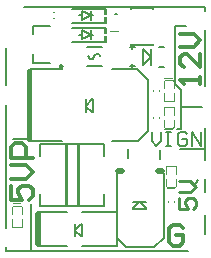
<source format=gto>
G04*
G04 #@! TF.GenerationSoftware,Altium Limited,Altium Designer,22.9.1 (49)*
G04*
G04 Layer_Color=65535*
%FSLAX25Y25*%
%MOIN*%
G70*
G04*
G04 #@! TF.SameCoordinates,9968C80D-6DCD-4B15-8C4D-213CF2B1836A*
G04*
G04*
G04 #@! TF.FilePolarity,Positive*
G04*
G01*
G75*
%ADD10C,0.00984*%
%ADD11C,0.00591*%
%ADD12C,0.00787*%
%ADD13C,0.00394*%
%ADD14C,0.01000*%
%ADD15C,0.01968*%
%ADD16C,0.01575*%
%ADD17C,0.00394*%
%ADD18C,0.00669*%
%ADD19C,0.01181*%
G36*
X55902Y57666D02*
X53146D01*
Y58059D01*
X55902D01*
Y57666D01*
D02*
G37*
G36*
Y40551D02*
X53146D01*
Y40945D01*
X55902D01*
Y40551D01*
D02*
G37*
G36*
X56794Y20902D02*
X54039D01*
Y21296D01*
X56794D01*
Y20902D01*
D02*
G37*
G36*
X5347Y15792D02*
X2591D01*
Y16185D01*
X5347D01*
Y15792D01*
D02*
G37*
D10*
X18979Y61876D02*
X18241Y62302D01*
Y61450D01*
X18979Y61876D01*
X58088Y17987D02*
Y14313D01*
X60843D01*
X59925Y16150D01*
Y17068D01*
X60843Y17987D01*
X62680D01*
X63598Y17068D01*
Y15232D01*
X62680Y14313D01*
X58088Y19824D02*
X61761D01*
X63598Y21660D01*
X61761Y23497D01*
X58088D01*
D11*
X37304Y79210D02*
X36517D01*
X37304D01*
X33272Y70047D02*
Y71803D01*
X33772Y73015D02*
Y74673D01*
X33272Y73409D02*
X33772D01*
X33272Y73015D02*
Y74574D01*
Y71409D02*
X33772D01*
Y70047D02*
Y71803D01*
X22244Y70047D02*
X33772D01*
X22244Y74673D02*
X33772D01*
X33272Y76444D02*
Y78200D01*
X33772Y79413D02*
Y81070D01*
X33272Y79806D02*
X33772D01*
X33272Y79413D02*
Y80972D01*
Y77806D02*
X33772D01*
Y76444D02*
Y78200D01*
X22244Y76444D02*
X33772D01*
X22244Y81070D02*
X33772D01*
D12*
X31742Y65224D02*
X31249Y66076D01*
X30265D01*
X29773Y65224D01*
X27796D02*
X28288Y64371D01*
X29272D01*
X29764Y65224D01*
X394Y7874D02*
Y48819D01*
X66535Y6102D02*
X66535Y12205D01*
X66535Y20079D02*
Y24409D01*
X66535Y80315D02*
Y81496D01*
X6299Y81496D02*
X66535Y81496D01*
X66535Y30709D02*
Y41339D01*
Y55118D02*
Y74016D01*
X394Y55512D02*
Y68110D01*
Y394D02*
X61024D01*
X394D02*
Y1575D01*
X63737Y23031D02*
X64202Y23862D01*
X56497Y75197D02*
X60454D01*
X11811Y15453D02*
Y19193D01*
X33071Y15453D02*
Y19193D01*
X11811Y15354D02*
X33071D01*
Y31988D02*
Y35728D01*
X11811Y31988D02*
Y35728D01*
Y35827D02*
X33071D01*
X37304Y4681D02*
X37402Y26237D01*
X42717Y14327D02*
X47047D01*
X44882Y16690D02*
X47047Y14524D01*
Y14327D02*
Y14524D01*
X42717Y14721D02*
X44685Y16690D01*
X42717Y14327D02*
Y14721D01*
X45472Y16690D02*
X47047D01*
X42717D02*
X47047D01*
X49803Y1631D02*
X52854Y4682D01*
X52854Y4682D01*
Y26434D01*
X40354Y1631D02*
X49803D01*
X37304Y4681D02*
X40354Y1631D01*
X37303Y1828D02*
Y13133D01*
X25492Y1828D02*
X37303D01*
X10925Y13133D02*
X20669D01*
X10925Y1828D02*
X20669D01*
X10925D02*
Y12598D01*
X25492Y13133D02*
X37303D01*
X23228Y5118D02*
Y9449D01*
Y7874D02*
Y9449D01*
X25197Y5118D02*
X25591D01*
X23228Y7087D02*
X25197Y5118D01*
X25394Y9449D02*
X25591D01*
X23228Y7283D02*
X25394Y9449D01*
X25591Y5118D02*
Y9449D01*
X9344Y72604D02*
Y75262D01*
Y63057D02*
Y65911D01*
Y63057D02*
X15151D01*
X9344Y75262D02*
X15151D01*
X42120Y69095D02*
X49206D01*
X42120Y81299D02*
X49206D01*
Y81102D02*
Y81299D01*
X42120Y81102D02*
Y81299D01*
X49206Y69095D02*
Y69291D01*
X42120Y69095D02*
Y69291D01*
X42428Y60952D02*
Y62625D01*
X41542Y68282D02*
X43353D01*
X48589Y62219D02*
Y67652D01*
X45873Y67770D02*
X48550Y65093D01*
X51188Y68282D02*
X52959D01*
X51188Y61550D02*
X52959D01*
X45873Y62219D02*
X48550Y64896D01*
X45873Y62219D02*
Y67652D01*
X48550Y64896D02*
Y65093D01*
X42428Y67495D02*
Y68971D01*
X41542Y61826D02*
X43353D01*
X8484Y36811D02*
Y60827D01*
X26890Y46457D02*
Y50787D01*
Y49213D02*
Y50787D01*
X28858Y46457D02*
X29252D01*
X26890Y48425D02*
X28858Y46457D01*
X29055Y50787D02*
X29252D01*
X26890Y48622D02*
X29055Y50787D01*
X29252Y46457D02*
Y50787D01*
X35551Y36811D02*
X44213D01*
X47559Y40157D01*
X44131Y60827D02*
X47559Y57361D01*
X8484Y60827D02*
X19114D01*
X8484Y36811D02*
X19114D01*
X47559Y40157D02*
Y57361D01*
X35551Y60827D02*
X44131D01*
X27291Y62074D02*
X32213D01*
X27291Y68373D02*
X32213D01*
X51535Y31102D02*
Y34055D01*
X40945Y31299D02*
Y34252D01*
X2744Y37472D02*
X8091D01*
X8494Y394D02*
X8565D01*
X8494D02*
Y15821D01*
X58661Y48257D02*
X65748D01*
X56497Y55966D02*
Y61221D01*
Y55966D02*
X58661Y53802D01*
X56497Y61221D02*
Y75197D01*
X58268Y34252D02*
X66535D01*
X57480Y40945D02*
X58661D01*
Y48257D01*
Y48312D02*
Y53802D01*
X48888Y39959D02*
Y36810D01*
X50462Y35236D01*
X52036Y36810D01*
Y39959D01*
X53610D02*
X55185D01*
X54397D01*
Y35236D01*
X53610D01*
X55185D01*
X60695Y39172D02*
X59908Y39959D01*
X58333D01*
X57546Y39172D01*
Y36023D01*
X58333Y35236D01*
X59908D01*
X60695Y36023D01*
Y37598D01*
X59120D01*
X62269Y35236D02*
Y39959D01*
X65418Y35236D01*
Y39959D01*
D13*
X2512Y11855D02*
D03*
X5662D02*
D03*
X53067Y53729D02*
D03*
X56217D02*
D03*
Y44882D02*
D03*
X53067D02*
D03*
X57109Y25233D02*
D03*
X53960D02*
D03*
D14*
X24409Y15551D02*
Y35630D01*
X20472Y15551D02*
Y35630D01*
D15*
X51083Y26926D02*
X52240D01*
X37697D02*
X38976D01*
X10864Y2524D02*
X10925Y12500D01*
D16*
X8091Y37598D02*
Y60138D01*
D17*
X2699Y15398D02*
X5239D01*
X5642Y14995D01*
Y12639D02*
Y14995D01*
X2296D02*
X2699Y15398D01*
X2296Y12639D02*
Y14995D01*
Y8311D02*
Y11094D01*
Y8311D02*
X5642D01*
Y11094D01*
X35131Y73476D02*
X37494D01*
X15844Y79921D02*
X16238Y79921D01*
X15840Y77953D02*
X16234Y77953D01*
X53254Y57272D02*
X55794D01*
X56197Y56869D01*
Y54513D02*
Y56869D01*
X52851D02*
X53254Y57272D01*
X52851Y54513D02*
Y56869D01*
Y50185D02*
Y52968D01*
Y50185D02*
X56197D01*
Y52968D01*
X53254Y41339D02*
X55794D01*
X52851Y41742D02*
X53254Y41339D01*
X52851Y41742D02*
Y44098D01*
X55794Y41339D02*
X56197Y41742D01*
Y44098D01*
Y45643D02*
Y48425D01*
X52851D02*
X56197D01*
X52851Y45643D02*
Y48425D01*
X54146Y21690D02*
X56687D01*
X53743Y22093D02*
X54146Y21690D01*
X53743Y22093D02*
Y24449D01*
X56687Y21690D02*
X57090Y22093D01*
Y24449D01*
Y25994D02*
Y28776D01*
X53743D02*
X57090D01*
X53743Y25994D02*
Y28776D01*
X51251Y53626D02*
X51251Y54020D01*
X49282Y53630D02*
X49282Y54024D01*
X51251Y44587D02*
X51251Y44980D01*
X49282Y44591D02*
X49282Y44984D01*
X54432Y16574D02*
X54432Y16968D01*
X56401Y16570D02*
X56401Y16964D01*
D18*
X25787Y71031D02*
X28543Y72409D01*
X25787Y71031D02*
Y73787D01*
X24606Y72409D02*
X25787D01*
X28543D02*
X29331D01*
X25787Y73787D02*
X28543Y72409D01*
Y71031D02*
Y73787D01*
X25787Y77429D02*
X28543Y78806D01*
X25787Y77429D02*
Y80184D01*
X24606Y78806D02*
X25787D01*
X28543D02*
X29331D01*
X25787Y80184D02*
X28543Y78806D01*
Y77429D02*
Y80184D01*
D19*
X65089Y56028D02*
Y58258D01*
Y57143D01*
X58398D01*
X59514Y56028D01*
X65089Y66064D02*
Y61603D01*
X60629Y66064D01*
X59514D01*
X58398Y64948D01*
Y62718D01*
X59514Y61603D01*
X58398Y68294D02*
X62859D01*
X65089Y70524D01*
X62859Y72754D01*
X58398D01*
X59392Y7872D02*
X58211Y9053D01*
X55849D01*
X54669Y7872D01*
Y3149D01*
X55849Y1969D01*
X58211D01*
X59392Y3149D01*
Y5511D01*
X57030D01*
X2115Y21997D02*
Y17274D01*
X5657D01*
X4476Y19636D01*
Y20816D01*
X5657Y21997D01*
X8018D01*
X9199Y20816D01*
Y18455D01*
X8018Y17274D01*
X2115Y24359D02*
X6838D01*
X9199Y26720D01*
X6838Y29081D01*
X2115D01*
X9199Y31443D02*
X2115D01*
Y34985D01*
X3295Y36166D01*
X5657D01*
X6838Y34985D01*
Y31443D01*
M02*

</source>
